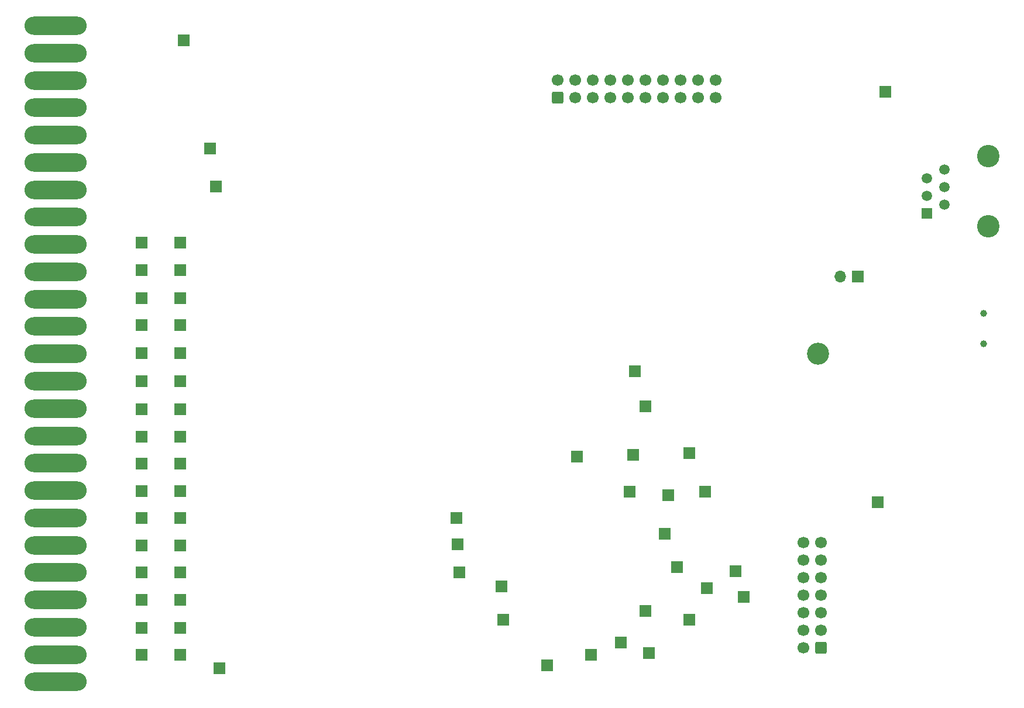
<source format=gbr>
%TF.GenerationSoftware,KiCad,Pcbnew,(6.0.9-0)*%
%TF.CreationDate,2023-01-03T21:00:16+01:00*%
%TF.ProjectId,MPSIBOARD,4d505349-424f-4415-9244-2e6b69636164,rev?*%
%TF.SameCoordinates,Original*%
%TF.FileFunction,Soldermask,Bot*%
%TF.FilePolarity,Negative*%
%FSLAX46Y46*%
G04 Gerber Fmt 4.6, Leading zero omitted, Abs format (unit mm)*
G04 Created by KiCad (PCBNEW (6.0.9-0)) date 2023-01-03 21:00:16*
%MOMM*%
%LPD*%
G01*
G04 APERTURE LIST*
G04 Aperture macros list*
%AMRoundRect*
0 Rectangle with rounded corners*
0 $1 Rounding radius*
0 $2 $3 $4 $5 $6 $7 $8 $9 X,Y pos of 4 corners*
0 Add a 4 corners polygon primitive as box body*
4,1,4,$2,$3,$4,$5,$6,$7,$8,$9,$2,$3,0*
0 Add four circle primitives for the rounded corners*
1,1,$1+$1,$2,$3*
1,1,$1+$1,$4,$5*
1,1,$1+$1,$6,$7*
1,1,$1+$1,$8,$9*
0 Add four rect primitives between the rounded corners*
20,1,$1+$1,$2,$3,$4,$5,0*
20,1,$1+$1,$4,$5,$6,$7,0*
20,1,$1+$1,$6,$7,$8,$9,0*
20,1,$1+$1,$8,$9,$2,$3,0*%
G04 Aperture macros list end*
%ADD10C,3.200000*%
%ADD11R,1.700000X1.700000*%
%ADD12C,3.250000*%
%ADD13R,1.520000X1.520000*%
%ADD14C,1.520000*%
%ADD15O,1.700000X1.700000*%
%ADD16RoundRect,0.250000X0.600000X0.600000X-0.600000X0.600000X-0.600000X-0.600000X0.600000X-0.600000X0*%
%ADD17C,1.700000*%
%ADD18O,9.000000X2.650000*%
%ADD19C,1.000000*%
%ADD20RoundRect,0.250000X0.600000X-0.600000X0.600000X0.600000X-0.600000X0.600000X-0.600000X-0.600000X0*%
G04 APERTURE END LIST*
D10*
%TO.C,H1*%
X146660000Y-85440000D03*
%TD*%
D11*
%TO.C,TP51*%
X48768000Y-101346000D03*
%TD*%
%TO.C,TP36*%
X54356000Y-89408000D03*
%TD*%
%TO.C,TP33*%
X48768000Y-81280000D03*
%TD*%
%TO.C,TP48*%
X54356000Y-105283000D03*
%TD*%
%TO.C,TP18*%
X135890000Y-120650000D03*
%TD*%
%TO.C,TP1*%
X124460000Y-111506000D03*
%TD*%
%TO.C,TP2*%
X130302000Y-105410000D03*
%TD*%
%TO.C,TP30*%
X100838000Y-119126000D03*
%TD*%
%TO.C,TP42*%
X54356000Y-77343000D03*
%TD*%
%TO.C,TP49*%
X54356000Y-109220000D03*
%TD*%
%TO.C,TP20*%
X128016000Y-123952000D03*
%TD*%
D12*
%TO.C,J6*%
X171290000Y-67000000D03*
X171290000Y-56840000D03*
D13*
X162400000Y-65090000D03*
D14*
X164940000Y-63820000D03*
X162400000Y-62550000D03*
X164940000Y-61280000D03*
X162400000Y-60010000D03*
X164940000Y-58740000D03*
%TD*%
D11*
%TO.C,TP56*%
X48768000Y-125095000D03*
%TD*%
%TO.C,TP16*%
X126238000Y-116332000D03*
%TD*%
%TO.C,TP61*%
X156440000Y-47510000D03*
%TD*%
%TO.C,TP4*%
X124968000Y-105918000D03*
%TD*%
%TO.C,TP19*%
X130556000Y-119380000D03*
%TD*%
%TO.C,TP10*%
X111760000Y-100330000D03*
%TD*%
%TO.C,TP22*%
X122174000Y-128778000D03*
%TD*%
%TO.C,TP50*%
X54356000Y-113157000D03*
%TD*%
%TO.C,TP44*%
X48768000Y-89408000D03*
%TD*%
%TO.C,TP9*%
X48768000Y-129032000D03*
%TD*%
%TO.C,TP34*%
X48768000Y-77343000D03*
%TD*%
%TO.C,JP1*%
X152400000Y-74210000D03*
D15*
X149860000Y-74210000D03*
%TD*%
D11*
%TO.C,TP60*%
X155260000Y-106970000D03*
%TD*%
%TO.C,TP3*%
X128016000Y-99822000D03*
%TD*%
%TO.C,TP21*%
X121666000Y-122682000D03*
%TD*%
%TO.C,TP62*%
X59563000Y-61214000D03*
%TD*%
%TO.C,TP40*%
X48768000Y-73279000D03*
%TD*%
%TO.C,TP45*%
X48768000Y-93472000D03*
%TD*%
D16*
%TO.C,J4*%
X147066000Y-128016000D03*
D17*
X144526000Y-128016000D03*
X147066000Y-125476000D03*
X144526000Y-125476000D03*
X147066000Y-122936000D03*
X144526000Y-122936000D03*
X147066000Y-120396000D03*
X144526000Y-120396000D03*
X147066000Y-117856000D03*
X144526000Y-117856000D03*
X147066000Y-115316000D03*
X144526000Y-115316000D03*
X147066000Y-112776000D03*
X144526000Y-112776000D03*
%TD*%
D11*
%TO.C,TP29*%
X54356000Y-121031000D03*
%TD*%
%TO.C,TP8*%
X120142000Y-87987500D03*
%TD*%
%TO.C,TP52*%
X48768000Y-105283000D03*
%TD*%
%TO.C,TP54*%
X48768000Y-113157000D03*
%TD*%
%TO.C,TP57*%
X54903000Y-40074000D03*
%TD*%
%TO.C,TP31*%
X48768000Y-69342000D03*
%TD*%
%TO.C,TP27*%
X54356000Y-117094000D03*
%TD*%
%TO.C,TP47*%
X54356000Y-101346000D03*
%TD*%
%TO.C,TP35*%
X54356000Y-85344000D03*
%TD*%
D18*
%TO.C,J1*%
X36327000Y-132963000D03*
X36327000Y-129003000D03*
X36327000Y-125043000D03*
X36327000Y-121083000D03*
X36327000Y-117123000D03*
X36327000Y-113163000D03*
X36327000Y-109203000D03*
X36327000Y-105243000D03*
X36327000Y-101283000D03*
X36327000Y-97323000D03*
X36327000Y-93363000D03*
X36327000Y-89403000D03*
X36327000Y-85443000D03*
X36327000Y-81483000D03*
X36327000Y-77523000D03*
X36327000Y-73563000D03*
X36327000Y-69603000D03*
X36327000Y-65643000D03*
X36327000Y-61683000D03*
X36327000Y-57723000D03*
X36327000Y-53763000D03*
X36327000Y-49803000D03*
X36327000Y-45843000D03*
X36327000Y-41883000D03*
X36327000Y-37923000D03*
%TD*%
D11*
%TO.C,TP55*%
X54356000Y-129032000D03*
%TD*%
%TO.C,TP25*%
X107442000Y-130556000D03*
%TD*%
%TO.C,TP39*%
X54356000Y-69342000D03*
%TD*%
%TO.C,TP37*%
X54356000Y-93472000D03*
%TD*%
%TO.C,TP59*%
X60090000Y-130980000D03*
%TD*%
%TO.C,TP26*%
X48768000Y-117094000D03*
%TD*%
%TO.C,TP13*%
X94488000Y-113030000D03*
%TD*%
%TO.C,TP53*%
X48768000Y-109220000D03*
%TD*%
%TO.C,TP11*%
X54356000Y-125095000D03*
%TD*%
%TO.C,TP5*%
X119888000Y-100076000D03*
%TD*%
%TO.C,TP24*%
X113792000Y-129032000D03*
%TD*%
%TO.C,TP43*%
X48768000Y-85344000D03*
%TD*%
%TO.C,TP46*%
X48768000Y-97409000D03*
%TD*%
%TO.C,TP58*%
X58713000Y-55684000D03*
%TD*%
%TO.C,TP17*%
X134750000Y-116950000D03*
%TD*%
%TO.C,TP15*%
X101092000Y-123952000D03*
%TD*%
%TO.C,TP12*%
X94300000Y-109250000D03*
%TD*%
%TO.C,TP32*%
X54356000Y-81280000D03*
%TD*%
D19*
%TO.C,J2*%
X170629000Y-79588000D03*
X170629000Y-83988000D03*
%TD*%
D11*
%TO.C,TP14*%
X94742000Y-117094000D03*
%TD*%
%TO.C,TP41*%
X54356000Y-73279000D03*
%TD*%
%TO.C,TP23*%
X118110000Y-127254000D03*
%TD*%
D20*
%TO.C,J5*%
X108966000Y-48354000D03*
D17*
X108966000Y-45814000D03*
X111506000Y-48354000D03*
X111506000Y-45814000D03*
X114046000Y-48354000D03*
X114046000Y-45814000D03*
X116586000Y-48354000D03*
X116586000Y-45814000D03*
X119126000Y-48354000D03*
X119126000Y-45814000D03*
X121666000Y-48354000D03*
X121666000Y-45814000D03*
X124206000Y-48354000D03*
X124206000Y-45814000D03*
X126746000Y-48354000D03*
X126746000Y-45814000D03*
X129286000Y-48354000D03*
X129286000Y-45814000D03*
X131826000Y-48354000D03*
X131826000Y-45814000D03*
%TD*%
D11*
%TO.C,TP6*%
X119380000Y-105410000D03*
%TD*%
%TO.C,TP38*%
X54356000Y-97409000D03*
%TD*%
%TO.C,TP7*%
X121666000Y-93067500D03*
%TD*%
%TO.C,TP28*%
X48768000Y-121031000D03*
%TD*%
M02*

</source>
